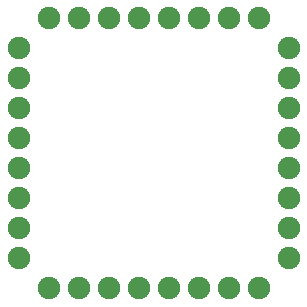
<source format=gbl>
%FSLAX24Y24*%
%MOIN*%
G70*
G01*
G75*
G04 Layer_Physical_Order=2*
G04 Layer_Color=16711680*
%ADD10R,0.0551X0.0472*%
%ADD11R,0.0472X0.0551*%
%ADD12O,0.0630X0.0118*%
%ADD13O,0.0118X0.0630*%
%ADD14C,0.0118*%
%ADD15C,0.0750*%
D15*
X7500Y13500D02*
D03*
X8500D02*
D03*
X9500D02*
D03*
X10500D02*
D03*
X11500D02*
D03*
X12500D02*
D03*
X13500D02*
D03*
X14500D02*
D03*
X6500Y5500D02*
D03*
Y6500D02*
D03*
Y7500D02*
D03*
Y8500D02*
D03*
Y9500D02*
D03*
Y10500D02*
D03*
Y11500D02*
D03*
Y12500D02*
D03*
X15500D02*
D03*
Y11500D02*
D03*
Y10500D02*
D03*
Y9500D02*
D03*
Y8500D02*
D03*
Y7500D02*
D03*
Y6500D02*
D03*
Y5500D02*
D03*
X14500Y4500D02*
D03*
X13500D02*
D03*
X12500D02*
D03*
X11500D02*
D03*
X10500D02*
D03*
X9500D02*
D03*
X8500D02*
D03*
X7500D02*
D03*
M02*

</source>
